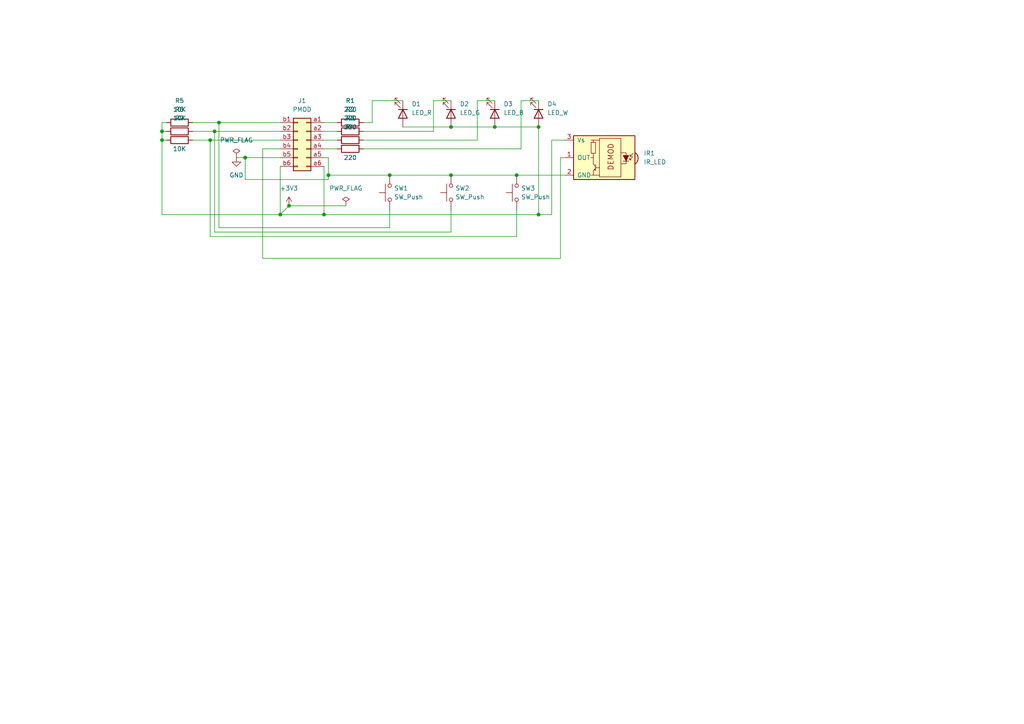
<source format=kicad_sch>
(kicad_sch (version 20211123) (generator eeschema)
  (paper "A4")
  (lib_symbols
    (symbol "Connector_Generic:Conn_02x06_Row_Letter_First" (pin_names (offset 1.016) hide)
      (property "Reference" "J" (at 1.27 7.62 0))
      (property "Value" "Conn_02x06_Row_Letter_First" (at 1.27 -10.16 0))
      (symbol "Conn_02x06_Row_Letter_First_1_1"
        (rectangle (start -1.27 -7.493) (end 0 -7.747) (stroke (width 0.1524)))
        (rectangle (start -1.27 -4.953) (end 0 -5.207) (stroke (width 0.1524)))
        (rectangle (start -1.27 -2.413) (end 0 -2.667) (stroke (width 0.1524)))
        (rectangle (start -1.27 0.127) (end 0 -0.127) (stroke (width 0.1524)))
        (rectangle (start -1.27 2.667) (end 0 2.413) (stroke (width 0.1524)))
        (rectangle (start -1.27 5.207) (end 0 4.953) (stroke (width 0.1524)))
        (rectangle (start -1.27 6.35) (end 3.81 -8.89) (stroke (width 0.254)) (fill (type background)))
        (rectangle (start 3.81 -7.493) (end 2.54 -7.747) (stroke (width 0.1524)))
        (rectangle (start 3.81 -4.953) (end 2.54 -5.207) (stroke (width 0.1524)))
        (rectangle (start 3.81 -2.413) (end 2.54 -2.667) (stroke (width 0.1524)))
        (rectangle (start 3.81 0.127) (end 2.54 -0.127) (stroke (width 0.1524)))
        (rectangle (start 3.81 2.667) (end 2.54 2.413) (stroke (width 0.1524)))
        (rectangle (start 3.81 5.207) (end 2.54 4.953) (stroke (width 0.1524)))
        (pin passive line (at -5.08 5.08 0) (length 3.81) (name "Pin_a1") (number "a1"))
        (pin passive line (at -5.08 2.54 0) (length 3.81) (name "Pin_a2") (number "a2"))
        (pin passive line (at -5.08 0 0) (length 3.81) (name "Pin_a3") (number "a3"))
        (pin passive line (at -5.08 -2.54 0) (length 3.81) (name "Pin_a4") (number "a4"))
        (pin passive line (at -5.08 -5.08 0) (length 3.81) (name "Pin_a5") (number "a5"))
        (pin passive line (at -5.08 -7.62 0) (length 3.81) (name "Pin_a6") (number "a6"))
        (pin passive line (at 7.62 5.08 180) (length 3.81) (name "Pin_b1") (number "b1"))
        (pin passive line (at 7.62 2.54 180) (length 3.81) (name "Pin_b2") (number "b2"))
        (pin passive line (at 7.62 0 180) (length 3.81) (name "Pin_b3") (number "b3"))
        (pin passive line (at 7.62 -2.54 180) (length 3.81) (name "Pin_b4") (number "b4"))
        (pin passive line (at 7.62 -5.08 180) (length 3.81) (name "Pin_b5") (number "b5"))
        (pin passive line (at 7.62 -7.62 180) (length 3.81) (name "Pin_b6") (number "b6"))
      )
    )
    (symbol "Device:LED" (pin_numbers hide) (pin_names (offset 1.016) hide)
      (property "Reference" "D" (at 0 2.54 0))
      (property "Value" "LED" (at 0 -2.54 0))
      (symbol "LED_0_1"
        (polyline (pts (xy -1.27 -1.27) (xy -1.27 1.27)) (stroke (width 0.254)))
        (polyline (pts (xy -1.27 0) (xy 1.27 0)))
        (polyline (pts (xy 1.27 -1.27) (xy 1.27 1.27) (xy -1.27 0) (xy 1.27 -1.27)) (stroke (width 0.254)))
        (polyline (pts (xy -3.048 -0.762) (xy -4.572 -2.286) (xy -3.81 -2.286) (xy -4.572 -2.286) (xy -4.572 -1.524)))
        (polyline (pts (xy -1.778 -0.762) (xy -3.302 -2.286) (xy -2.54 -2.286) (xy -3.302 -2.286) (xy -3.302 -1.524)))
      )
      (symbol "LED_1_1"
        (pin passive line (at -3.81 0 0) (length 2.54) (name "K") (number "1"))
        (pin passive line (at 3.81 0 180) (length 2.54) (name "A") (number "2"))
      )
    )
    (symbol "Device:R" (pin_numbers hide) (pin_names (offset 0))
      (property "Reference" "R" (at 2.032 0 90))
      (property "Value" "R" (at 0 0 90))
      (symbol "R_0_1"
        (rectangle (start -1.016 -2.54) (end 1.016 2.54) (stroke (width 0.254)))
      )
      (symbol "R_1_1"
        (pin passive line (at 0 3.81 270) (length 1.27) (name "~") (number "1"))
        (pin passive line (at 0 -3.81 90) (length 1.27) (name "~") (number "2"))
      )
    )
    (symbol "Interface_Optical:TSDP343xx" (pin_names (offset 1.016))
      (property "Reference" "U" (at -10.16 7.62 0))
      (property "Value" "TSDP343xx" (at -10.16 -7.62 0))
      (symbol "TSDP343xx_0_0"
        (arc (start -10.287 1.397) (mid -11.0899 -0.1905) (end -10.287 -1.778) (stroke (width 0.254)) (fill (type background)))
        (polyline (pts (xy 1.905 -5.08) (xy 0.127 -5.08)))
        (polyline (pts (xy 1.905 5.08) (xy 0.127 5.08)))
        (text "DEMOD" (at -3.175 0.254 900) (effects (font (size 1.524 1.524))))
      )
      (symbol "TSDP343xx_0_1"
        (rectangle (start -6.096 5.588) (end 0.127 -5.588))
        (polyline (pts (xy -8.763 0.381) (xy -9.652 1.27)))
        (polyline (pts (xy -8.763 0.381) (xy -9.271 0.381)))
        (polyline (pts (xy -8.763 0.381) (xy -8.763 0.889)))
        (polyline (pts (xy -8.636 -0.635) (xy -9.525 0.254)))
        (polyline (pts (xy -8.636 -0.635) (xy -9.144 -0.635)))
        (polyline (pts (xy -8.636 -0.635) (xy -8.636 -0.127)))
        (polyline (pts (xy -8.382 -1.016) (xy -6.731 -1.016)))
        (polyline (pts (xy 1.27 -2.921) (xy 0.127 -2.921)))
        (polyline (pts (xy 1.27 -1.905) (xy 1.27 -3.81)))
        (polyline (pts (xy 1.397 -3.556) (xy 1.524 -3.556)))
        (polyline (pts (xy 1.651 -3.556) (xy 1.524 -3.556)))
        (polyline (pts (xy 1.651 -3.556) (xy 1.651 -3.302)))
        (polyline (pts (xy 1.905 0) (xy 1.905 1.27)))
        (polyline (pts (xy 1.905 4.445) (xy 1.905 5.08) (xy 2.54 5.08)))
        (polyline (pts (xy -8.382 0.635) (xy -6.731 0.635) (xy -7.62 -1.016) (xy -8.382 0.635)) (fill (type outline)))
        (polyline (pts (xy -6.096 1.397) (xy -7.62 1.397) (xy -7.62 -1.778) (xy -6.096 -1.778)))
        (polyline (pts (xy 1.27 -3.175) (xy 1.905 -3.81) (xy 1.905 -5.08) (xy 2.54 -5.08)))
        (polyline (pts (xy 1.27 -2.54) (xy 1.905 -1.905) (xy 1.905 0) (xy 2.54 0)))
        (rectangle (start 2.54 1.27) (end 1.27 4.445))
        (rectangle (start 7.62 6.35) (end -10.16 -6.35) (stroke (width 0.254)) (fill (type background)))
      )
      (symbol "TSDP343xx_1_1"
        (pin output line (at 10.16 0 180) (length 2.54) (name "OUT") (number "1"))
        (pin power_in line (at 10.16 -5.08 180) (length 2.54) (name "GND") (number "2"))
        (pin power_in line (at 10.16 5.08 180) (length 2.54) (name "Vs") (number "3"))
      )
    )
    (symbol "Switch:SW_Push" (pin_numbers hide) (pin_names (offset 1.016) hide)
      (property "Reference" "SW" (at 1.27 2.54 0))
      (property "Value" "SW_Push" (at 0 -1.524 0))
      (symbol "SW_Push_0_1"
        (circle (center -2.032 0) (radius 0.508))
        (polyline (pts (xy 0 1.27) (xy 0 3.048)))
        (polyline (pts (xy 2.54 1.27) (xy -2.54 1.27)))
        (circle (center 2.032 0) (radius 0.508))
        (pin passive line (at -5.08 0 0) (length 2.54) (name "1") (number "1"))
        (pin passive line (at 5.08 0 180) (length 2.54) (name "2") (number "2"))
      )
    )
    (symbol "power:+3V3" (power) (pin_names (offset 0))
      (property "Value" "+3V3" (at 0 3.556 0))
      (symbol "+3V3_0_1"
        (polyline (pts (xy -0.762 1.27) (xy 0 2.54)))
        (polyline (pts (xy 0 0) (xy 0 2.54)))
        (polyline (pts (xy 0 2.54) (xy 0.762 1.27)))
      )
      (symbol "+3V3_1_1"
        (pin power_in line (at 0 0 90) (length 0) hide (name "+3V3") (number "1"))
      )
    )
    (symbol "power:GND" (power) (pin_names (offset 0))
      (property "Value" "GND" (at 0 -3.81 0))
      (symbol "GND_0_1"
        (polyline (pts (xy 0 0) (xy 0 -1.27) (xy 1.27 -1.27) (xy 0 -2.54) (xy -1.27 -1.27) (xy 0 -1.27)))
      )
      (symbol "GND_1_1"
        (pin power_in line (at 0 0 270) (length 0) hide (name "GND") (number "1"))
      )
    )
    (symbol "power:PWR_FLAG" (power) (pin_numbers hide) (pin_names (offset 0) hide)
      (property "Value" "PWR_FLAG" (at 0 3.81 0))
      (symbol "PWR_FLAG_0_0"
        (pin power_out line (at 0 0 90) (length 0) (name "pwr") (number "1"))
      )
      (symbol "PWR_FLAG_0_1"
        (polyline (pts (xy 0 0) (xy 0 1.27) (xy -1.016 1.905) (xy 0 2.54) (xy 1.016 1.905) (xy 0 1.27)))
      )
    )
  )
  (junction (at 62.23 38.1))
  (junction (at 60.96 40.64))
  (junction (at 81.28 62.23))
  (junction (at 71.12 45.72))
  (junction (at 149.86 50.8))
  (junction (at 46.99 40.64))
  (junction (at 130.81 50.8))
  (junction (at 63.5 35.56))
  (junction (at 113.03 50.8))
  (junction (at 83.82 59.69))
  (junction (at 156.21 36.83))
  (junction (at 143.51 36.83))
  (junction (at 95.25 50.8))
  (junction (at 156.21 62.23))
  (junction (at 130.81 36.83))
  (junction (at 46.99 38.1))
  (junction (at 93.98 62.23))
  (wire (pts (xy 105.41 38.1) (xy 125.73 38.1)))
  (wire (pts (xy 105.41 35.56) (xy 107.95 35.56)))
  (wire (pts (xy 60.96 40.64) (xy 60.96 68.58)))
  (wire (pts (xy 162.56 45.72) (xy 162.56 74.93)))
  (wire (pts (xy 93.98 43.18) (xy 97.79 43.18)))
  (wire (pts (xy 46.99 35.56) (xy 46.99 38.1)))
  (wire (pts (xy 81.28 62.23) (xy 83.82 59.69)))
  (wire (pts (xy 62.23 38.1) (xy 62.23 67.31)))
  (wire (pts (xy 63.5 35.56) (xy 81.28 35.56)))
  (wire (pts (xy 46.99 40.64) (xy 48.26 40.64)))
  (wire (pts (xy 93.98 40.64) (xy 97.79 40.64)))
  (wire (pts (xy 93.98 35.56) (xy 97.79 35.56)))
  (wire (pts (xy 55.88 38.1) (xy 62.23 38.1)))
  (wire (pts (xy 138.43 40.64) (xy 105.41 40.64)))
  (wire (pts (xy 149.86 60.96) (xy 149.86 68.58)))
  (wire (pts (xy 93.98 38.1) (xy 97.79 38.1)))
  (wire (pts (xy 93.98 62.23) (xy 81.28 62.23)))
  (wire (pts (xy 116.84 36.83) (xy 130.81 36.83)))
  (wire (pts (xy 130.81 67.31) (xy 62.23 67.31)))
  (wire (pts (xy 62.23 38.1) (xy 81.28 38.1)))
  (wire (pts (xy 46.99 40.64) (xy 46.99 62.23)))
  (wire (pts (xy 81.28 48.26) (xy 81.28 62.23)))
  (wire (pts (xy 149.86 50.8) (xy 163.83 50.8)))
  (wire (pts (xy 143.51 36.83) (xy 156.21 36.83)))
  (wire (pts (xy 48.26 38.1) (xy 46.99 38.1)))
  (wire (pts (xy 156.21 29.21) (xy 151.13 29.21)))
  (wire (pts (xy 46.99 62.23) (xy 81.28 62.23)))
  (wire (pts (xy 93.98 45.72) (xy 95.25 45.72)))
  (wire (pts (xy 95.25 52.07) (xy 71.12 52.07)))
  (wire (pts (xy 83.82 59.69) (xy 100.33 59.69)))
  (wire (pts (xy 151.13 29.21) (xy 151.13 43.18)))
  (wire (pts (xy 156.21 62.23) (xy 93.98 62.23)))
  (wire (pts (xy 48.26 35.56) (xy 46.99 35.56)))
  (wire (pts (xy 107.95 29.21) (xy 107.95 35.56)))
  (wire (pts (xy 130.81 60.96) (xy 130.81 67.31)))
  (wire (pts (xy 156.21 62.23) (xy 160.02 62.23)))
  (wire (pts (xy 71.12 45.72) (xy 81.28 45.72)))
  (wire (pts (xy 113.03 50.8) (xy 130.81 50.8)))
  (wire (pts (xy 130.81 36.83) (xy 143.51 36.83)))
  (wire (pts (xy 95.25 50.8) (xy 113.03 50.8)))
  (wire (pts (xy 113.03 66.04) (xy 63.5 66.04)))
  (wire (pts (xy 116.84 29.21) (xy 107.95 29.21)))
  (wire (pts (xy 151.13 43.18) (xy 105.41 43.18)))
  (wire (pts (xy 149.86 68.58) (xy 60.96 68.58)))
  (wire (pts (xy 162.56 74.93) (xy 76.2 74.93)))
  (wire (pts (xy 71.12 45.72) (xy 71.12 52.07)))
  (wire (pts (xy 55.88 35.56) (xy 63.5 35.56)))
  (wire (pts (xy 156.21 36.83) (xy 156.21 62.23)))
  (wire (pts (xy 130.81 29.21) (xy 125.73 29.21)))
  (wire (pts (xy 55.88 40.64) (xy 60.96 40.64)))
  (wire (pts (xy 113.03 60.96) (xy 113.03 66.04)))
  (wire (pts (xy 68.58 45.72) (xy 71.12 45.72)))
  (wire (pts (xy 125.73 29.21) (xy 125.73 38.1)))
  (wire (pts (xy 93.98 48.26) (xy 93.98 62.23)))
  (wire (pts (xy 76.2 43.18) (xy 81.28 43.18)))
  (wire (pts (xy 163.83 40.64) (xy 160.02 40.64)))
  (wire (pts (xy 63.5 35.56) (xy 63.5 66.04)))
  (wire (pts (xy 46.99 38.1) (xy 46.99 40.64)))
  (wire (pts (xy 143.51 29.21) (xy 138.43 29.21)))
  (wire (pts (xy 160.02 40.64) (xy 160.02 62.23)))
  (wire (pts (xy 95.25 45.72) (xy 95.25 50.8)))
  (wire (pts (xy 76.2 74.93) (xy 76.2 43.18)))
  (wire (pts (xy 130.81 50.8) (xy 149.86 50.8)))
  (wire (pts (xy 138.43 29.21) (xy 138.43 40.64)))
  (wire (pts (xy 163.83 45.72) (xy 162.56 45.72)))
  (wire (pts (xy 95.25 50.8) (xy 95.25 52.07)))
  (wire (pts (xy 60.96 40.64) (xy 81.28 40.64)))
  (symbol (lib_id "Device:LED") (at 130.81 33.02 270) (unit 1)
    (property "Reference" "D2" (at 133.35 30.1624 90) (effects (justify left)))
    (property "Value" "LED_G" (at 133.35 32.7024 90) (effects (justify left)))
    (property "Footprint" "LED_THT:LED_D5.0mm" (effects hide))
  )
  (symbol (lib_id "Interface_Optical:TSDP343xx") (at 173.99 45.72 0) (mirror y) (unit 1)
    (property "Reference" "IR1" (at 186.69 44.4499 0) (effects (justify right)))
    (property "Value" "IR_LED" (at 186.69 46.9899 0) (effects (justify right)))
    (property "Footprint" "OptoDevice:Vishay_MOLD-3Pin" (effects hide))
    (property "Datasheet" "http://www.vishay.com/docs/82667/tsdp341.pdf" (effects hide))
  )
  (symbol (lib_id "Device:R") (at 101.6 35.56 270) (unit 1)
    (property "Reference" "R1" (at 101.6 29.21 90))
    (property "Value" "220" (at 101.6 31.75 90))
    (property "Footprint" "Resistor_THT:R_Axial_DIN0204_L3.6mm_D1.6mm_P7.62mm_Horizontal" (effects hide))
  )
  (symbol (lib_id "power:+3V3") (at 83.82 59.69 0) (unit 1)
    (property "Reference" "#PWR0101" (effects hide))
    (property "Value" "+3V3" (at 83.82 54.61 0))
  )
  (symbol (lib_id "Device:LED") (at 156.21 33.02 270) (unit 1)
    (property "Reference" "D4" (at 158.75 30.1624 90) (effects (justify left)))
    (property "Value" "LED_W" (at 158.75 32.7024 90) (effects (justify left)))
    (property "Footprint" "LED_THT:LED_D5.0mm" (effects hide))
  )
  (symbol (lib_id "Switch:SW_Push") (at 149.86 55.88 90) (unit 1)
    (property "Reference" "SW3" (at 151.13 54.6099 90) (effects (justify right)))
    (property "Value" "SW_Push" (at 151.13 57.1499 90) (effects (justify right)))
    (property "Footprint" "kicad:SW_PUSH_6mm" (effects hide))
  )
  (symbol (lib_id "Device:R") (at 101.6 40.64 270) (unit 1)
    (property "Reference" "R3" (at 101.6 34.29 90))
    (property "Value" "220" (at 101.6 36.83 90))
    (property "Footprint" "Resistor_THT:R_Axial_DIN0204_L3.6mm_D1.6mm_P7.62mm_Horizontal" (effects hide))
  )
  (symbol (lib_id "Device:LED") (at 116.84 33.02 270) (unit 1)
    (property "Reference" "D1" (at 119.38 30.1624 90) (effects (justify left)))
    (property "Value" "LED_R" (at 119.38 32.7024 90) (effects (justify left)))
    (property "Footprint" "LED_THT:LED_D5.0mm" (effects hide))
  )
  (symbol (lib_id "Device:R") (at 101.6 43.18 270) (unit 1)
    (property "Reference" "R4" (at 101.6 36.83 90))
    (property "Value" "220" (at 101.6 45.72 90))
    (property "Footprint" "Resistor_THT:R_Axial_DIN0204_L3.6mm_D1.6mm_P7.62mm_Horizontal" (effects hide))
  )
  (symbol (lib_id "power:GND") (at 68.58 45.72 0) (unit 1)
    (property "Reference" "#PWR0102" (effects hide))
    (property "Value" "GND" (at 68.58 50.8 0))
  )
  (symbol (lib_id "Device:R") (at 101.6 38.1 270) (unit 1)
    (property "Reference" "R2" (at 101.6 31.75 90))
    (property "Value" "220" (at 101.6 34.29 90))
    (property "Footprint" "Resistor_THT:R_Axial_DIN0204_L3.6mm_D1.6mm_P7.62mm_Horizontal" (effects hide))
  )
  (symbol (lib_id "Device:R") (at 52.07 40.64 270) (unit 1)
    (property "Reference" "R7" (at 52.07 34.29 90))
    (property "Value" "10K" (at 52.07 43.18 90))
    (property "Footprint" "Resistor_THT:R_Axial_DIN0204_L3.6mm_D1.6mm_P7.62mm_Horizontal" (effects hide))
  )
  (symbol (lib_id "Device:LED") (at 143.51 33.02 270) (unit 1)
    (property "Reference" "D3" (at 146.05 30.1624 90) (effects (justify left)))
    (property "Value" "LED_B" (at 146.05 32.7024 90) (effects (justify left)))
    (property "Footprint" "LED_THT:LED_D5.0mm" (effects hide))
  )
  (symbol (lib_id "Switch:SW_Push") (at 113.03 55.88 90) (unit 1)
    (property "Reference" "SW1" (at 114.3 54.6099 90) (effects (justify right)))
    (property "Value" "SW_Push" (at 114.3 57.1499 90) (effects (justify right)))
    (property "Footprint" "kicad:SW_PUSH_6mm" (effects hide))
  )
  (symbol (lib_id "Connector_Generic:Conn_02x06_Row_Letter_First") (at 88.9 40.64 0) (mirror y) (unit 1)
    (property "Reference" "J1" (at 87.63 29.21 0))
    (property "Value" "PMOD" (at 87.63 31.75 0))
    (property "Footprint" "kicad:PMOD_2x06" (effects hide))
  )
  (symbol (lib_id "Switch:SW_Push") (at 130.81 55.88 90) (unit 1)
    (property "Reference" "SW2" (at 132.08 54.6099 90) (effects (justify right)))
    (property "Value" "SW_Push" (at 132.08 57.1499 90) (effects (justify right)))
    (property "Footprint" "kicad:SW_PUSH_6mm" (effects hide))
  )
  (symbol (lib_id "Device:R") (at 52.07 35.56 270) (unit 1)
    (property "Reference" "R5" (at 52.07 29.21 90))
    (property "Value" "10K" (at 52.07 31.75 90))
    (property "Footprint" "Resistor_THT:R_Axial_DIN0204_L3.6mm_D1.6mm_P7.62mm_Horizontal" (effects hide))
  )
  (symbol (lib_id "Device:R") (at 52.07 38.1 270) (unit 1)
    (property "Reference" "R6" (at 52.07 31.75 90))
    (property "Value" "10K" (at 52.07 34.29 90))
    (property "Footprint" "Resistor_THT:R_Axial_DIN0204_L3.6mm_D1.6mm_P7.62mm_Horizontal" (effects hide))
  )
  (symbol (lib_id "power:PWR_FLAG") (at 100.33 59.69 0) (unit 1)
    (property "Reference" "#FLG0101" (effects hide))
    (property "Value" "PWR_FLAG" (at 100.33 54.61 0))
  )
  (symbol (lib_id "power:PWR_FLAG") (at 68.58 45.72 0) (unit 1)
    (property "Reference" "#FLG0102" (effects hide))
    (property "Value" "PWR_FLAG" (at 68.58 40.64 0))
  )
)
</source>
